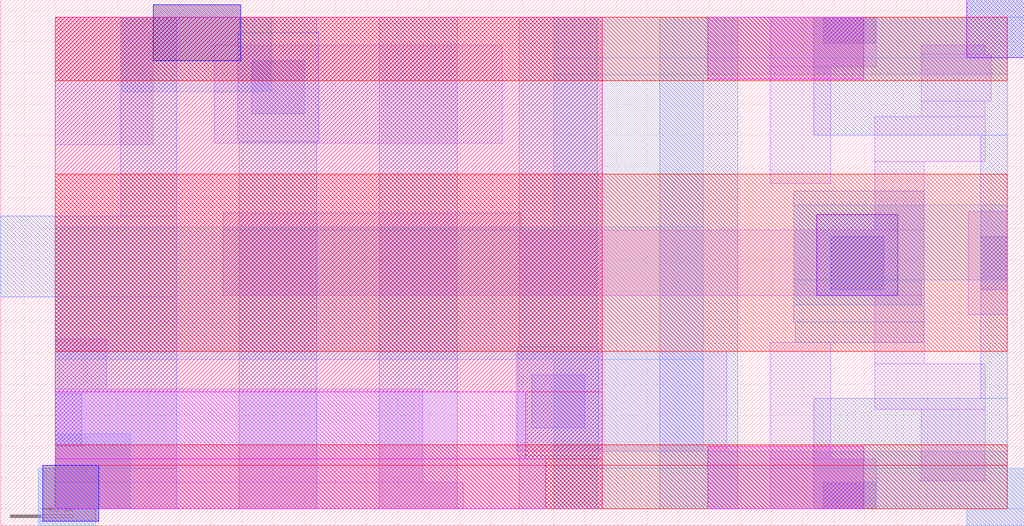
<source format=lef>
# Copyright 2020 The SkyWater PDK Authors
#
# Licensed under the Apache License, Version 2.0 (the "License");
# you may not use this file except in compliance with the License.
# You may obtain a copy of the License at
#
#     https://www.apache.org/licenses/LICENSE-2.0
#
# Unless required by applicable law or agreed to in writing, software
# distributed under the License is distributed on an "AS IS" BASIS,
# WITHOUT WARRANTIES OR CONDITIONS OF ANY KIND, either express or implied.
# See the License for the specific language governing permissions and
# limitations under the License.
#
# SPDX-License-Identifier: Apache-2.0

VERSION 5.7 ;
  NOWIREEXTENSIONATPIN ON ;
  DIVIDERCHAR "/" ;
  BUSBITCHARS "[]" ;
MACRO sky130_fd_bd_sram__sram_dp_swldrv_opt3d
  CLASS BLOCK ;
  FOREIGN sky130_fd_bd_sram__sram_dp_swldrv_opt3d ;
  ORIGIN  0.175000  0.055000 ;
  SIZE  3.285000 BY  1.690000 ;
  OBS
    LAYER li1 ;
      RECT 0.000000 0.000000 1.310000 0.085000 ;
      RECT 0.000000 0.085000 1.180000 0.385000 ;
      RECT 0.000000 0.385000 0.165000 0.545000 ;
      RECT 0.000000 1.170000 0.315000 1.580000 ;
      RECT 0.510000 1.175000 1.435000 1.490000 ;
      RECT 0.540000 0.685000 2.790000 0.895000 ;
      RECT 0.540000 0.895000 1.495000 0.950000 ;
      RECT 1.480000 0.185000 2.155000 0.505000 ;
      RECT 2.295000 0.000000 2.635000 0.160000 ;
      RECT 2.295000 0.160000 2.490000 0.535000 ;
      RECT 2.295000 1.045000 2.490000 1.420000 ;
      RECT 2.295000 1.420000 2.635000 1.580000 ;
      RECT 2.630000 0.320000 2.985000 0.465000 ;
      RECT 2.630000 0.465000 2.790000 0.685000 ;
      RECT 2.630000 0.895000 2.790000 1.115000 ;
      RECT 2.630000 1.115000 2.985000 1.260000 ;
      RECT 2.780000 0.090000 2.985000 0.320000 ;
      RECT 2.780000 1.260000 2.985000 1.310000 ;
      RECT 2.780000 1.310000 3.005000 1.460000 ;
      RECT 2.780000 1.460000 2.985000 1.490000 ;
      RECT 2.930000 0.625000 3.055000 0.955000 ;
    LAYER mcon ;
      RECT 0.000000 0.200000 0.085000 0.370000 ;
      RECT 0.630000 1.270000 0.800000 1.440000 ;
      RECT 1.530000 0.260000 1.700000 0.430000 ;
      RECT 2.465000 0.000000 2.635000 0.085000 ;
      RECT 2.465000 1.495000 2.635000 1.580000 ;
      RECT 2.490000 0.705000 2.660000 0.875000 ;
      RECT 2.970000 0.705000 3.055000 0.875000 ;
    LAYER met1 ;
      RECT -0.175000  0.680000 0.390000 0.940000 ;
      RECT -0.055000 -0.055000 0.130000 0.000000 ;
      RECT -0.055000  0.000000 0.390000 0.130000 ;
      RECT  0.000000  0.130000 0.390000 0.680000 ;
      RECT  0.210000  0.940000 0.390000 1.580000 ;
      RECT  0.585000  1.180000 0.845000 1.530000 ;
      RECT  0.590000  0.000000 0.840000 1.180000 ;
      RECT  0.590000  1.530000 0.840000 1.580000 ;
      RECT  1.040000  0.000000 1.290000 1.580000 ;
      RECT  1.485000  0.170000 1.745000 0.520000 ;
      RECT  1.490000  0.000000 1.740000 0.170000 ;
      RECT  1.490000  0.520000 1.740000 1.580000 ;
      RECT  1.940000  0.000000 2.190000 1.580000 ;
      RECT  2.370000  0.600000 2.790000 1.020000 ;
      RECT  2.375000  0.535000 2.790000 0.600000 ;
      RECT  2.435000  0.000000 3.110000 0.130000 ;
      RECT  2.435000  0.130000 3.055000 0.355000 ;
      RECT  2.435000  1.200000 3.055000 1.450000 ;
      RECT  2.435000  1.450000 3.110000 1.580000 ;
      RECT  2.925000 -0.055000 3.110000 0.000000 ;
      RECT  2.925000  1.580000 3.110000 1.635000 ;
      RECT  2.970000  0.355000 3.055000 1.200000 ;
    LAYER met2 ;
      RECT -0.055000 -0.055000 0.130000 -0.040000 ;
      RECT -0.055000 -0.040000 0.140000  0.000000 ;
      RECT -0.055000  0.000000 0.240000  0.130000 ;
      RECT -0.040000  0.130000 0.240000  0.140000 ;
      RECT  0.000000  0.140000 0.240000  0.240000 ;
      RECT  0.000000  0.480000 2.080000  0.905000 ;
      RECT  0.215000  1.340000 0.695000  1.580000 ;
      RECT  0.315000  1.580000 0.595000  1.620000 ;
      RECT  1.600000  0.000000 3.110000  0.130000 ;
      RECT  1.600000  0.130000 3.055000  0.185000 ;
      RECT  1.600000  0.185000 2.080000  0.480000 ;
      RECT  1.600000  0.905000 2.080000  1.395000 ;
      RECT  1.600000  1.395000 3.055000  1.450000 ;
      RECT  1.600000  1.450000 3.110000  1.580000 ;
      RECT  2.370000  0.655000 2.780000  0.735000 ;
      RECT  2.370000  0.735000 3.055000  0.975000 ;
      RECT  2.925000 -0.055000 3.110000  0.000000 ;
      RECT  2.925000  1.580000 3.110000  1.635000 ;
    LAYER met3 ;
      RECT -0.040000 -0.040000 0.140000 0.000000 ;
      RECT -0.040000  0.000000 3.055000 0.140000 ;
      RECT  0.000000  0.140000 3.055000 0.205000 ;
      RECT  0.000000  0.505000 3.055000 1.075000 ;
      RECT  0.000000  1.375000 3.055000 1.580000 ;
      RECT  0.315000  1.580000 0.595000 1.620000 ;
    LAYER nwell ;
      RECT 0.000000 0.375000 1.755000 1.580000 ;
    LAYER nwell ;
      RECT 1.510000 0.160000 1.755000 0.375000 ;
    LAYER nwell ;
      RECT 1.575000 0.000000 1.755000 0.160000 ;
    LAYER pwell ;
      RECT 0.000000 0.000000 1.575000 0.160000 ;
    LAYER pwell ;
      RECT 0.000000 0.160000 1.510000 0.375000 ;
      RECT 2.095000 1.380000 2.595000 1.580000 ;
    LAYER pwell ;
      RECT 2.095000 0.000000 2.595000 0.200000 ;
    LAYER via ;
      RECT 2.445000 0.685000 2.705000 0.945000 ;
      RECT 2.925000 1.450000 3.110000 1.635000 ;
    LAYER via2 ;
      RECT -0.040000 -0.040000 0.140000 0.140000 ;
      RECT  0.315000  1.440000 0.595000 1.620000 ;
  END
END sky130_fd_bd_sram__sram_dp_swldrv_opt3d
END LIBRARY

</source>
